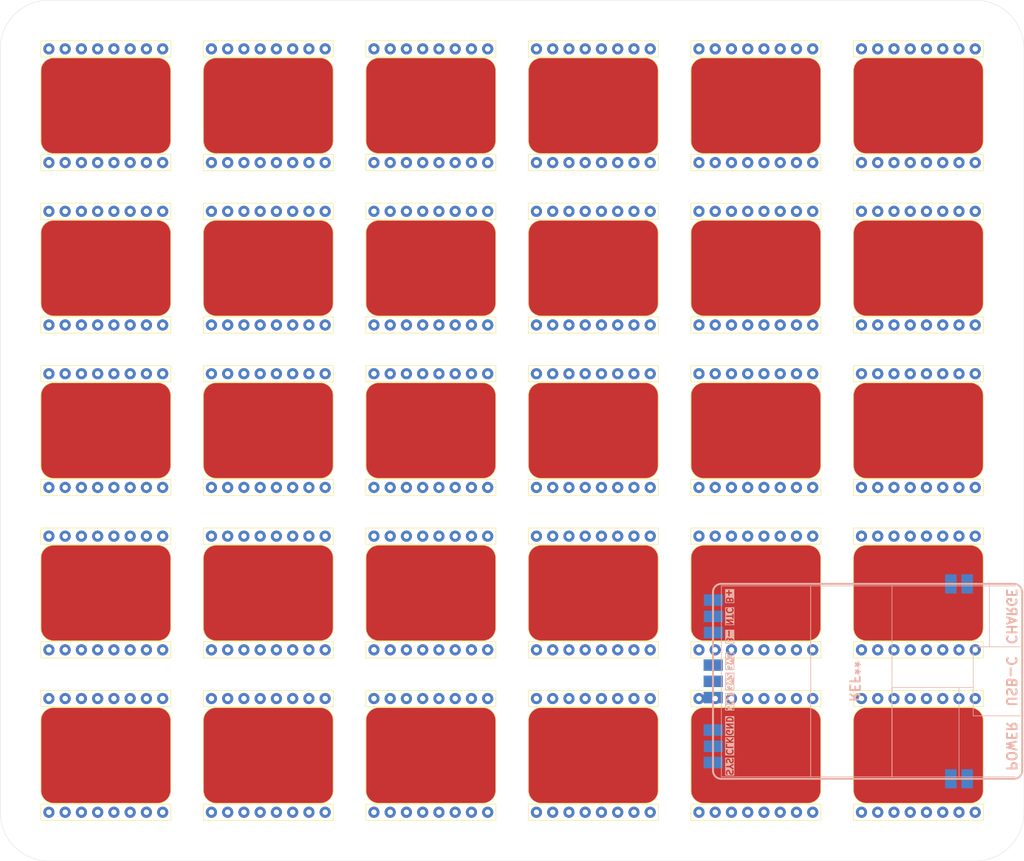
<source format=kicad_pcb>
(kicad_pcb (version 20241229) (generator "pcbnew") (generator_version "9.0")
  (layers (0 "F.Cu" signal) (2 "B.Cu" signal) (13 "F.Paste" user) (15 "B.Paste" user) (5 "F.SilkS" user "F.Silkscreen") (7 "B.SilkS" user "B.Silkscreen") (1 "F.Mask" user) (3 "B.Mask" user) (25 "Edge.Cuts" user))
  (net 0 "")
  (footprint "MiniBadge:MiniBadge_Slot_Reflective" (layer "F.Cu") (at 130.81 105.41)
    (property "Reference" "REF**23" (hide yes))
    (property "Value" "MiniBadge_Slot_Reflective")
  )
  (footprint "MiniBadge:MiniBadge_Slot_Reflective" (layer "F.Cu") (at 156.21 80.01)
    (property "Reference" "REF**18" (hide yes))
    (property "Value" "MiniBadge_Slot_Reflective")
  )
  (footprint "MiniBadge:MiniBadge_Slot_Reflective" (layer "F.Cu") (at 105.41 29.21)
    (property "Reference" "REF**4" (hide yes))
    (property "Value" "MiniBadge_Slot_Reflective")
  )
  (footprint "MiniBadge:MiniBadge_Slot_Reflective" (layer "F.Cu") (at 80.01 54.61)
    (property "Reference" "REF**9" (hide yes))
    (property "Value" "MiniBadge_Slot_Reflective")
  )
  (footprint "MiniBadge:MiniBadge_Slot_Reflective" (layer "F.Cu") (at 181.61 80.01)
    (property "Reference" "REF**19" (hide yes))
    (property "Value" "MiniBadge_Slot_Reflective")
  )
  (footprint "MiniBadge:MiniBadge_Slot_Reflective" (layer "F.Cu") (at 156.21 54.61)
    (property "Reference" "REF**12" (hide yes))
    (property "Value" "MiniBadge_Slot_Reflective")
  )
  (footprint "MiniBadge:MiniBadge_Slot_Reflective" (layer "F.Cu") (at 181.61 54.61)
    (property "Reference" "REF**13" (hide yes))
    (property "Value" "MiniBadge_Slot_Reflective")
  )
  (footprint "MiniBadge:MiniBadge_Slot_Reflective" (layer "F.Cu") (at 105.41 80.01)
    (property "Reference" "REF**16" (hide yes))
    (property "Value" "MiniBadge_Slot_Reflective")
  )
  (footprint "MiniBadge:MiniBadge_Slot_Reflective" (layer "F.Cu") (at 181.61 130.81)
    (property "Reference" "REF**1" (hide yes))
    (property "Value" "MiniBadge_Slot_Reflective")
  )
  (footprint "MiniBadge:MiniBadge_Slot_Reflective" (layer "F.Cu") (at 156.21 29.21)
    (property "Reference" "REF**6" (hide yes))
    (property "Value" "MiniBadge_Slot_Reflective")
  )
  (footprint "MiniBadge:MiniBadge_Slot_Reflective" (layer "F.Cu") (at 181.61 105.41)
    (property "Reference" "REF**25" (hide yes))
    (property "Value" "MiniBadge_Slot_Reflective")
  )
  (footprint "MiniBadge:MiniBadge_Slot_Reflective" (layer "F.Cu") (at 54.61 80.01)
    (property "Reference" "REF**14" (hide yes))
    (property "Value" "MiniBadge_Slot_Reflective")
  )
  (footprint "MiniBadge:MiniBadge_Slot_Reflective" (layer "F.Cu") (at 156.21 130.81)
    (property "Reference" "REF**30" (hide yes))
    (property "Value" "MiniBadge_Slot_Reflective")
  )
  (footprint "MiniBadge:MiniBadge_Slot_Reflective" (layer "F.Cu") (at 130.81 130.81)
    (property "Reference" "REF**29" (hide yes))
    (property "Value" "MiniBadge_Slot_Reflective")
  )
  (footprint "MiniBadge:MiniBadge_Slot_Reflective" (layer "F.Cu") (at 54.61 29.21)
    (property "Reference" "REF**2" (hide yes))
    (property "Value" "MiniBadge_Slot_Reflective")
  )
  (footprint "MiniBadge:MiniBadge_Slot_Reflective" (layer "F.Cu") (at 130.81 54.61)
    (property "Reference" "REF**11" (hide yes))
    (property "Value" "MiniBadge_Slot_Reflective")
  )
  (footprint "MiniBadge:MiniBadge_Slot_Reflective" (layer "F.Cu") (at 181.61 29.21)
    (property "Reference" "REF**7" (hide yes))
    (property "Value" "MiniBadge_Slot_Reflective")
  )
  (footprint "MiniBadge:MiniBadge_Slot_Reflective" (layer "F.Cu") (at 105.41 54.61)
    (property "Reference" "REF**10" (hide yes))
    (property "Value" "MiniBadge_Slot_Reflective")
  )
  (footprint "MiniBadge:MiniBadge_Slot_Reflective" (layer "F.Cu") (at 105.41 130.81)
    (property "Reference" "REF**28" (hide yes))
    (property "Value" "MiniBadge_Slot_Reflective")
  )
  (footprint "MiniBadge:MiniBadge_Slot_Reflective" (layer "F.Cu") (at 130.81 80.01)
    (property "Reference" "REF**17" (hide yes))
    (property "Value" "MiniBadge_Slot_Reflective")
  )
  (footprint "MiniBadge:MiniBadge_Slot_Reflective" (layer "F.Cu") (at 54.61 105.41)
    (property "Reference" "REF**20" (hide yes))
    (property "Value" "MiniBadge_Slot_Reflective")
  )
  (footprint "MiniBadge:MiniBadge_Slot_Reflective" (layer "F.Cu") (at 54.61 130.81)
    (property "Reference" "REF**26" (hide yes))
    (property "Value" "MiniBadge_Slot_Reflective")
  )
  (footprint "MiniBadge:MiniBadge_Slot_Reflective" (layer "F.Cu") (at 80.01 29.21)
    (property "Reference" "REF**3" (hide yes))
    (property "Value" "MiniBadge_Slot_Reflective")
  )
  (footprint "MiniBadge:MiniBadge_Slot_Reflective" (layer "F.Cu") (at 130.81 29.21)
    (property "Reference" "REF**5" (hide yes))
    (property "Value" "MiniBadge_Slot_Reflective")
  )
  (footprint "MiniBadge:MiniBadge_Slot_Reflective" (layer "F.Cu") (at 105.41 105.41)
    (property "Reference" "REF**22" (hide yes))
    (property "Value" "MiniBadge_Slot_Reflective")
  )
  (footprint "MiniBadge:MiniBadge_Slot_Reflective" (layer "F.Cu") (at 80.01 130.81)
    (property "Reference" "REF**27" (hide yes))
    (property "Value" "MiniBadge_Slot_Reflective")
  )
  (footprint "MiniBadge:MiniBadge_Slot_Reflective" (layer "F.Cu") (at 54.61 54.61)
    (property "Reference" "REF**8" (hide yes))
    (property "Value" "MiniBadge_Slot_Reflective")
  )
  (footprint "MiniBadge:MiniBadge_Slot_Reflective" (layer "F.Cu") (at 80.01 80.01)
    (property "Reference" "REF**15" (hide yes))
    (property "Value" "MiniBadge_Slot_Reflective")
  )
  (footprint "MiniBadge:MiniBadge_Slot_Reflective" (layer "F.Cu") (at 156.21 105.41)
    (property "Reference" "REF**24" (hide yes))
    (property "Value" "MiniBadge_Slot_Reflective")
  )
  (footprint "MiniBadge:MiniBadge_Slot_Reflective" (layer "F.Cu") (at 80.01 105.41)
    (property "Reference" "REF**21" (hide yes))
    (property "Value" "MiniBadge_Slot_Reflective")
  )
  (footprint "Minibadge Devboard:Minibadge Devboard" (layer "B.Cu") (at 181.294139 129.386529 90)
    (property "Reference" "REF**")
    (property "Value" "Minibadge Devboard")
  )
  (gr_arc (start 200.66 22.86) (mid 206.048154 25.091846) (end 208.28 30.48) (stroke (width 0.05)) (layer "Edge.Cuts"))
  (gr_arc (start 55.88 157.48) (mid 50.491846 155.248154) (end 48.26 149.86) (stroke (width 0.05)) (layer "Edge.Cuts"))
  (gr_line (start 48.26 149.86) (end 48.26 30.48) (stroke (width 0.05)) (layer "Edge.Cuts"))
  (gr_line (start 208.28 30.48) (end 208.28 149.86) (stroke (width 0.05)) (layer "Edge.Cuts"))
  (gr_line (start 200.66 157.48) (end 55.88 157.48) (stroke (width 0.05)) (layer "Edge.Cuts"))
  (gr_arc (start 208.28 149.86) (mid 206.048154 155.248154) (end 200.66 157.48) (stroke (width 0.05)) (layer "Edge.Cuts"))
  (gr_arc (start 48.26 30.48) (mid 50.491846 25.091846) (end 55.88 22.86) (stroke (width 0.05)) (layer "Edge.Cuts"))
  (gr_line (start 55.88 22.86) (end 200.66 22.86) (stroke (width 0.05)) (layer "Edge.Cuts"))
)
</source>
